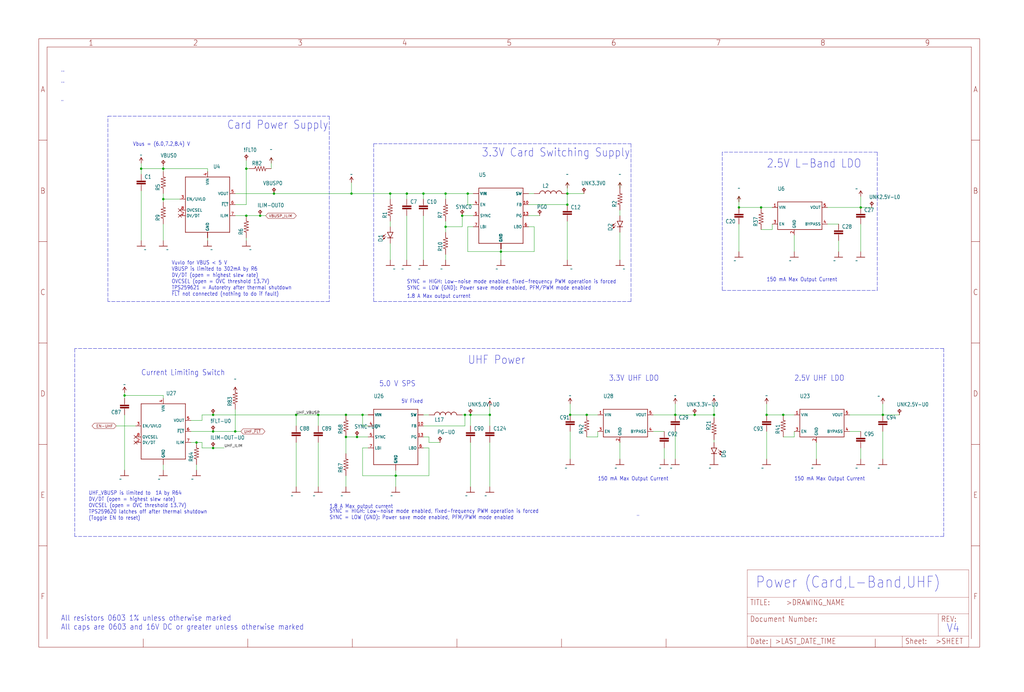
<source format=kicad_sch>
(kicad_sch (version 20211123) (generator eeschema)
  (paper "User" 469.9 317.906)
  (lib_symbols
    (symbol "oresat-c3-eagle-import:2.5V-L" (power)
      (property "Value" "2.5V-L" (at -2.54 0 0))
      (symbol "2.5V-L_1_0"
        (polyline (pts (xy 0 0) (xy -0.762 -1.27)) (stroke (width 0.254)))
        (polyline (pts (xy 0.762 -1.27) (xy 0 0)) (stroke (width 0.254)))
        (pin power_in line (at 0 -2.54 90) (length 2.54) (name "2.5V-L") (number "1"))
      )
    )
    (symbol "oresat-c3-eagle-import:2.5V-U" (power)
      (property "Value" "2.5V-U" (at -2.54 0 0))
      (symbol "2.5V-U_1_0"
        (polyline (pts (xy 0 0) (xy -0.762 -1.27)) (stroke (width 0.254)))
        (polyline (pts (xy 0.762 -1.27) (xy 0 0)) (stroke (width 0.254)))
        (pin power_in line (at 0 -2.54 90) (length 2.54) (name "2.5V-U") (number "1"))
      )
    )
    (symbol "oresat-c3-eagle-import:3.3V" (power)
      (property "Value" "3.3V" (at -2.54 0 0))
      (symbol "3.3V_1_0"
        (polyline (pts (xy 0 0) (xy -0.762 -1.27)) (stroke (width 0.254)))
        (polyline (pts (xy 0.762 -1.27) (xy 0 0)) (stroke (width 0.254)))
        (pin power_in line (at 0 -2.54 90) (length 2.54) (name "3.3V") (number "1"))
      )
    )
    (symbol "oresat-c3-eagle-import:3.3V-U" (power)
      (property "Value" "3.3V-U" (at -2.54 0 0))
      (symbol "3.3V-U_1_0"
        (polyline (pts (xy 0 0) (xy -0.762 -1.27)) (stroke (width 0.254)))
        (polyline (pts (xy 0.762 -1.27) (xy 0 0)) (stroke (width 0.254)))
        (pin power_in line (at 0 -2.54 90) (length 2.54) (name "3.3V-U") (number "1"))
      )
    )
    (symbol "oresat-c3-eagle-import:5V-U" (power)
      (property "Value" "5V-U" (at 0 0.254 0))
      (symbol "5V-U_1_0"
        (polyline (pts (xy 0 0) (xy -0.762 -1.27)) (stroke (width 0.254)))
        (polyline (pts (xy 0.762 -1.27) (xy 0 0)) (stroke (width 0.254)))
        (pin power_in line (at 0 -2.54 90) (length 2.54) (name "5V-U") (number "1"))
      )
    )
    (symbol "oresat-c3-eagle-import:C-EU0603-C-NOSILK"
      (property "Reference" "C" (at 1.524 0.381 0))
      (property "Value" "C-EU0603-C-NOSILK" (at 1.524 -4.699 0))
      (symbol "C-EU0603-C-NOSILK_1_0"
        (rectangle (start -2.032 -2.032) (end 2.032 -1.524) (fill (type outline)))
        (rectangle (start -2.032 -1.016) (end 2.032 -0.508) (fill (type outline)))
        (polyline (pts (xy 0 -2.54) (xy 0 -2.032)) (stroke (width 0.1524)))
        (polyline (pts (xy 0 0) (xy 0 -0.508)) (stroke (width 0.1524)))
        (pin passive line (at 0 2.54 270) (length 2.54) (name "1") (number "1"))
        (pin passive line (at 0 -5.08 90) (length 2.54) (name "2") (number "2"))
      )
    )
    (symbol "oresat-c3-eagle-import:FRAME_B_L"
      (symbol "FRAME_B_L_1_0"
        (polyline (pts (xy 0 46.5667) (xy 3.81 46.5667)))
        (polyline (pts (xy 0 93.1333) (xy 3.81 93.1333)))
        (polyline (pts (xy 0 139.7) (xy 3.81 139.7)))
        (polyline (pts (xy 0 186.2667) (xy 3.81 186.2667)))
        (polyline (pts (xy 0 232.8333) (xy 3.81 232.8333)))
        (polyline (pts (xy 3.81 3.81) (xy 3.81 275.59)))
        (polyline (pts (xy 47.9778 0) (xy 47.9778 3.81)))
        (polyline (pts (xy 95.9556 0) (xy 95.9556 3.81)))
        (polyline (pts (xy 143.9333 0) (xy 143.9333 3.81)))
        (polyline (pts (xy 191.9111 0) (xy 191.9111 3.81)))
        (polyline (pts (xy 239.8889 0) (xy 239.8889 3.81)))
        (polyline (pts (xy 287.8667 0) (xy 287.8667 3.81)))
        (polyline (pts (xy 335.8444 0) (xy 335.8444 3.81)))
        (polyline (pts (xy 383.8222 0) (xy 383.8222 3.81)))
        (polyline (pts (xy 427.99 3.81) (xy 427.99 275.59)))
        (polyline (pts (xy 427.99 46.5667) (xy 431.8 46.5667)))
        (polyline (pts (xy 427.99 93.1333) (xy 431.8 93.1333)))
        (polyline (pts (xy 427.99 139.7) (xy 431.8 139.7)))
        (polyline (pts (xy 427.99 186.2667) (xy 431.8 186.2667)))
        (polyline (pts (xy 427.99 232.8333) (xy 431.8 232.8333)))
        (polyline (pts (xy 427.99 275.59) (xy 3.81 275.59)))
        (polyline (pts (xy 0 0) (xy 431.8 0) (xy 431.8 279.4) (xy 0 279.4) (xy 0 0)))
        (text "1" (at 23.9889 277.495 0) (effects (font (size 2.54 2.286))))
        (text "2" (at 71.9667 277.495 0) (effects (font (size 2.54 2.286))))
        (text "3" (at 119.9444 277.495 0) (effects (font (size 2.54 2.286))))
        (text "4" (at 167.9222 277.495 0) (effects (font (size 2.54 2.286))))
        (text "5" (at 215.9 277.495 0) (effects (font (size 2.54 2.286))))
        (text "6" (at 263.8778 277.495 0) (effects (font (size 2.54 2.286))))
        (text "7" (at 311.8556 277.495 0) (effects (font (size 2.54 2.286))))
        (text "8" (at 359.8333 277.495 0) (effects (font (size 2.54 2.286))))
        (text "9" (at 407.8111 277.495 0) (effects (font (size 2.54 2.286))))
        (text "A" (at 1.905 256.1167 0) (effects (font (size 2.54 2.286))))
        (text "A" (at 429.895 256.1167 0) (effects (font (size 2.54 2.286))))
        (text "B" (at 1.905 209.55 0) (effects (font (size 2.54 2.286))))
        (text "B" (at 429.895 209.55 0) (effects (font (size 2.54 2.286))))
        (text "C" (at 1.905 162.9833 0) (effects (font (size 2.54 2.286))))
        (text "C" (at 429.895 162.9833 0) (effects (font (size 2.54 2.286))))
        (text "D" (at 1.905 116.4167 0) (effects (font (size 2.54 2.286))))
        (text "D" (at 429.895 116.4167 0) (effects (font (size 2.54 2.286))))
        (text "E" (at 1.905 69.85 0) (effects (font (size 2.54 2.286))))
        (text "E" (at 429.895 69.85 0) (effects (font (size 2.54 2.286))))
        (text "F" (at 1.905 23.2833 0) (effects (font (size 2.54 2.286))))
        (text "F" (at 429.895 23.2833 0) (effects (font (size 2.54 2.286))))
      )
      (symbol "FRAME_B_L_2_0"
        (polyline (pts (xy 0 0) (xy 0 5.08)) (stroke (width 0.1016)))
        (polyline (pts (xy 0 0) (xy 71.12 0)) (stroke (width 0.1016)))
        (polyline (pts (xy 0 5.08) (xy 0 15.24)) (stroke (width 0.1016)))
        (polyline (pts (xy 0 5.08) (xy 71.12 5.08)) (stroke (width 0.1016)))
        (polyline (pts (xy 0 15.24) (xy 0 22.86)) (stroke (width 0.1016)))
        (polyline (pts (xy 0 22.86) (xy 0 35.56)) (stroke (width 0.1016)))
        (polyline (pts (xy 0 22.86) (xy 101.6 22.86)) (stroke (width 0.1016)))
        (polyline (pts (xy 71.12 0) (xy 101.6 0)) (stroke (width 0.1016)))
        (polyline (pts (xy 71.12 5.08) (xy 71.12 0)) (stroke (width 0.1016)))
        (polyline (pts (xy 71.12 5.08) (xy 87.63 5.08)) (stroke (width 0.1016)))
        (polyline (pts (xy 87.63 5.08) (xy 101.6 5.08)) (stroke (width 0.1016)))
        (polyline (pts (xy 87.63 15.24) (xy 0 15.24)) (stroke (width 0.1016)))
        (polyline (pts (xy 87.63 15.24) (xy 87.63 5.08)) (stroke (width 0.1016)))
        (polyline (pts (xy 101.6 5.08) (xy 101.6 0)) (stroke (width 0.1016)))
        (polyline (pts (xy 101.6 15.24) (xy 87.63 15.24)) (stroke (width 0.1016)))
        (polyline (pts (xy 101.6 15.24) (xy 101.6 5.08)) (stroke (width 0.1016)))
        (polyline (pts (xy 101.6 22.86) (xy 101.6 15.24)) (stroke (width 0.1016)))
        (polyline (pts (xy 101.6 35.56) (xy 0 35.56)) (stroke (width 0.1016)))
        (polyline (pts (xy 101.6 35.56) (xy 101.6 22.86)) (stroke (width 0.1016)))
        (text ">DRAWING_NAME" (at 17.78 19.05 0) (effects (font (size 2.54 2.159)) (justify left bottom)))
        (text ">LAST_DATE_TIME" (at 12.7 1.27 0) (effects (font (size 2.54 2.159)) (justify left bottom)))
        (text ">SHEET" (at 86.36 1.27 0) (effects (font (size 2.54 2.159)) (justify left bottom)))
        (text "Date:" (at 1.27 1.27 0) (effects (font (size 2.54 2.159)) (justify left bottom)))
        (text "Document Number:" (at 1.27 11.43 0) (effects (font (size 2.54 2.159)) (justify left bottom)))
        (text "REV:" (at 88.9 11.43 0) (effects (font (size 2.54 2.159)) (justify left bottom)))
        (text "Sheet:" (at 72.39 1.27 0) (effects (font (size 2.54 2.159)) (justify left bottom)))
        (text "TITLE:" (at 1.27 19.05 0) (effects (font (size 2.54 2.159)) (justify left bottom)))
      )
    )
    (symbol "oresat-c3-eagle-import:GND" (power)
      (property "Value" "GND" (at -2.54 -2.54 0))
      (symbol "GND_1_0"
        (polyline (pts (xy -1.905 0) (xy 1.905 0)) (stroke (width 0.254)))
        (pin power_in line (at 0 2.54 270) (length 2.54) (name "GND") (number "1"))
      )
    )
    (symbol "oresat-c3-eagle-import:GND-L" (power)
      (property "Value" "GND-L" (at -2.54 -2.54 0))
      (symbol "GND-L_1_0"
        (polyline (pts (xy -1.905 0) (xy 1.905 0)) (stroke (width 0.254)))
        (pin power_in line (at 0 2.54 270) (length 2.54) (name "GND-L") (number "1"))
      )
    )
    (symbol "oresat-c3-eagle-import:GND-U" (power)
      (property "Value" "GND-U" (at -2.54 -2.54 0))
      (symbol "GND-U_1_0"
        (polyline (pts (xy -1.905 0) (xy 1.905 0)) (stroke (width 0.254)))
        (pin power_in line (at 0 2.54 270) (length 2.54) (name "GND-U") (number "1"))
      )
    )
    (symbol "oresat-c3-eagle-import:L-ECS-MPI4040"
      (property "Reference" "L" (at -1.27 -5.08 90))
      (property "Value" "L-ECS-MPI4040" (at 3.81 -5.08 90))
      (symbol "L-ECS-MPI4040_1_0"
        (arc (start 0 -5.08) (mid 0.898 -4.708) (end 1.27 -3.81) (stroke (width 0.254)))
        (arc (start 0 -2.54) (mid 0.898 -2.168) (end 1.27 -1.27) (stroke (width 0.254)))
        (arc (start 0 0) (mid 0.898 0.372) (end 1.27 1.27) (stroke (width 0.254)))
        (arc (start 0 2.54) (mid 0.898 2.912) (end 1.27 3.81) (stroke (width 0.254)))
        (arc (start 1.27 -3.81) (mid 0.898 -2.912) (end 0 -2.54) (stroke (width 0.254)))
        (arc (start 1.27 -1.27) (mid 0.898 -0.372) (end 0 0) (stroke (width 0.254)))
        (arc (start 1.27 1.27) (mid 0.898 2.168) (end 0 2.54) (stroke (width 0.254)))
        (arc (start 1.27 3.81) (mid 0.898 4.708) (end 0 5.08) (stroke (width 0.254)))
        (pin passive line (at 0 7.62 270) (length 2.54) (name "1") (number "1"))
        (pin passive line (at 0 -7.62 90) (length 2.54) (name "2") (number "2"))
      )
    )
    (symbol "oresat-c3-eagle-import:LED-GREEN0603"
      (property "Reference" "D" (at -3.429 -4.572 90))
      (property "Value" "LED-GREEN0603" (at 1.905 -4.572 90))
      (symbol "LED-GREEN0603_1_0"
        (polyline (pts (xy -2.032 -0.762) (xy -3.429 -2.159)) (stroke (width 0.1524)))
        (polyline (pts (xy -1.905 -1.905) (xy -3.302 -3.302)) (stroke (width 0.1524)))
        (polyline (pts (xy 0 -2.54) (xy -1.27 -2.54)) (stroke (width 0.254)))
        (polyline (pts (xy 0 -2.54) (xy -1.27 0)) (stroke (width 0.254)))
        (polyline (pts (xy 1.27 -2.54) (xy 0 -2.54)) (stroke (width 0.254)))
        (polyline (pts (xy 1.27 0) (xy -1.27 0)) (stroke (width 0.254)))
        (polyline (pts (xy 1.27 0) (xy 0 -2.54)) (stroke (width 0.254)))
        (polyline (pts (xy -3.429 -2.159) (xy -3.048 -1.27) (xy -2.54 -1.778)) (fill (type outline)))
        (polyline (pts (xy -3.302 -3.302) (xy -2.921 -2.413) (xy -2.413 -2.921)) (fill (type outline)))
        (pin passive line (at 0 2.54 270) (length 2.54) (name "A") (number "A"))
        (pin passive line (at 0 -5.08 90) (length 2.54) (name "C") (number "C"))
      )
    )
    (symbol "oresat-c3-eagle-import:LP2985AIM5-2.5_NOPB"
      (property "Reference" "U" (at 5.08 -7.62 0))
      (property "Value" "LP2985AIM5-2.5_NOPB" (at 5.08 -10.16 0))
      (symbol "LP2985AIM5-2.5_NOPB_1_0"
        (polyline (pts (xy -10.16 -5.08) (xy 10.16 -5.08)) (stroke (width 0.254)))
        (polyline (pts (xy -10.16 7.62) (xy -10.16 -5.08)) (stroke (width 0.254)))
        (polyline (pts (xy 10.16 -5.08) (xy 10.16 7.62)) (stroke (width 0.254)))
        (polyline (pts (xy 10.16 7.62) (xy -10.16 7.62)) (stroke (width 0.254)))
        (pin power_in line (at -12.7 5.08 0) (length 2.54) (name "VIN") (number "1"))
        (pin power_in line (at -2.54 -7.62 90) (length 2.54) (name "GND") (number "2"))
        (pin input line (at -12.7 -2.54 0) (length 2.54) (name "EN") (number "3"))
        (pin power_in line (at 12.7 -2.54 180) (length 2.54) (name "BYPASS") (number "4"))
        (pin power_in line (at 12.7 5.08 180) (length 2.54) (name "VOUT") (number "5"))
      )
    )
    (symbol "oresat-c3-eagle-import:LP2985AIM5-3.3_NOPB"
      (property "Reference" "U" (at 5.08 -7.62 0))
      (property "Value" "LP2985AIM5-3.3_NOPB" (at 5.08 -10.16 0))
      (symbol "LP2985AIM5-3.3_NOPB_1_0"
        (polyline (pts (xy -10.16 -5.08) (xy 10.16 -5.08)) (stroke (width 0.254)))
        (polyline (pts (xy -10.16 7.62) (xy -10.16 -5.08)) (stroke (width 0.254)))
        (polyline (pts (xy 10.16 -5.08) (xy 10.16 7.62)) (stroke (width 0.254)))
        (polyline (pts (xy 10.16 7.62) (xy -10.16 7.62)) (stroke (width 0.254)))
        (pin power_in line (at -12.7 5.08 0) (length 2.54) (name "VIN") (number "1"))
        (pin power_in line (at -2.54 -7.62 90) (length 2.54) (name "GND") (number "2"))
        (pin input line (at -12.7 -2.54 0) (length 2.54) (name "EN") (number "3"))
        (pin power_in line (at 12.7 -2.54 180) (length 2.54) (name "BYPASS") (number "4"))
        (pin power_in line (at 12.7 5.08 180) (length 2.54) (name "VOUT") (number "5"))
      )
    )
    (symbol "oresat-c3-eagle-import:NO-CONNECTNO-CONNECT-DEVICE"
      (symbol "NO-CONNECTNO-CONNECT-DEVICE_1_0"
        (polyline (pts (xy -0.762 -0.762) (xy 0 0)) (stroke (width 0.2032)))
        (polyline (pts (xy -0.762 0.762) (xy 0 0)) (stroke (width 0.2032)))
        (polyline (pts (xy 0 0) (xy 0.762 -0.762)) (stroke (width 0.2032)))
        (polyline (pts (xy 0 0) (xy 0.762 0.762)) (stroke (width 0.2032)))
      )
    )
    (symbol "oresat-c3-eagle-import:R-US_0603-C-NOSILK"
      (property "Reference" "R" (at -3.81 1.4986 0))
      (property "Value" "R-US_0603-C-NOSILK" (at -3.81 -3.302 0))
      (symbol "R-US_0603-C-NOSILK_1_0"
        (polyline (pts (xy -2.54 0) (xy -2.159 1.016)) (stroke (width 0.2032)))
        (polyline (pts (xy -2.159 1.016) (xy -1.524 -1.016)) (stroke (width 0.2032)))
        (polyline (pts (xy -1.524 -1.016) (xy -0.889 1.016)) (stroke (width 0.2032)))
        (polyline (pts (xy -0.889 1.016) (xy -0.254 -1.016)) (stroke (width 0.2032)))
        (polyline (pts (xy -0.254 -1.016) (xy 0.381 1.016)) (stroke (width 0.2032)))
        (polyline (pts (xy 0.381 1.016) (xy 1.016 -1.016)) (stroke (width 0.2032)))
        (polyline (pts (xy 1.016 -1.016) (xy 1.651 1.016)) (stroke (width 0.2032)))
        (polyline (pts (xy 1.651 1.016) (xy 2.286 -1.016)) (stroke (width 0.2032)))
        (polyline (pts (xy 2.286 -1.016) (xy 2.54 0)) (stroke (width 0.2032)))
        (pin passive line (at -5.08 0 0) (length 2.54) (name "1") (number "1"))
        (pin passive line (at 5.08 0 180) (length 2.54) (name "2") (number "2"))
      )
    )
    (symbol "oresat-c3-eagle-import:TEST-POINT-LARGE"
      (property "Reference" "TP" (at -2.54 2.54 0))
      (symbol "TEST-POINT-LARGE_1_0"
        (polyline (pts (xy -0.762 -0.762) (xy 0 0)) (stroke (width 0.254)))
        (polyline (pts (xy 0 -1.524) (xy -0.762 -0.762)) (stroke (width 0.254)))
        (polyline (pts (xy 0 0) (xy 0.762 -0.762)) (stroke (width 0.254)))
        (polyline (pts (xy 0.762 -0.762) (xy 0 -1.524)) (stroke (width 0.254)))
        (pin input line (at 0 -2.54 90) (length 2.54) (name "TP") (number "1"))
      )
    )
    (symbol "oresat-c3-eagle-import:TPS2596XX"
      (property "Reference" "U" (at -17.78 22.86 0))
      (property "Value" "TPS2596XX" (at -17.78 20.32 0))
      (symbol "TPS2596XX_1_0"
        (polyline (pts (xy -10.16 -12.7) (xy 10.16 -12.7)) (stroke (width 0.254)))
        (polyline (pts (xy -10.16 12.7) (xy -10.16 -12.7)) (stroke (width 0.254)))
        (polyline (pts (xy 10.16 -12.7) (xy 10.16 12.7)) (stroke (width 0.254)))
        (polyline (pts (xy 10.16 12.7) (xy -10.16 12.7)) (stroke (width 0.254)))
        (pin bidirectional line (at 0 -15.24 90) (length 2.54) (name "GND") (number "1"))
        (pin bidirectional line (at -12.7 -5.08 0) (length 2.54) (name "DV/DT") (number "2"))
        (pin bidirectional line (at -12.7 2.54 0) (length 2.54) (name "EN/UVLO") (number "3"))
        (pin power_in line (at 0 15.24 270) (length 2.54) (name "VIN") (number "4"))
        (pin power_in line (at 12.7 5.08 180) (length 2.54) (name "VOUT") (number "5"))
        (pin bidirectional line (at 12.7 0 180) (length 2.54) (name "~{FLT}") (number "6"))
        (pin bidirectional line (at 12.7 -5.08 180) (length 2.54) (name "ILIM") (number "7"))
        (pin bidirectional line (at -12.7 -2.54 0) (length 2.54) (name "OVCSEL") (number "8"))
        (pin bidirectional line (at 0 -15.24 90) (length 2.54) (name "GND") (number "THERMAL"))
      )
    )
    (symbol "oresat-c3-eagle-import:TPS6211X"
      (property "Reference" "U" (at 5.08 -17.78 0))
      (property "Value" "TPS6211X" (at 5.08 -20.32 0))
      (symbol "TPS6211X_1_0"
        (polyline (pts (xy -10.16 -15.24) (xy -10.16 10.16)) (stroke (width 0.254)))
        (polyline (pts (xy -10.16 10.16) (xy 10.16 10.16)) (stroke (width 0.254)))
        (polyline (pts (xy 10.16 -15.24) (xy -10.16 -15.24)) (stroke (width 0.254)))
        (polyline (pts (xy 10.16 10.16) (xy 10.16 -15.24)) (stroke (width 0.254)))
        (pin power_in line (at 0 -17.78 90) (length 2.54) (name "GND") (number "1"))
        (pin input line (at 12.7 2.54 180) (length 2.54) (name "FB") (number "10"))
        (pin power_in line (at 0 -17.78 90) (length 2.54) (name "GND") (number "11"))
        (pin power_in line (at 0 -17.78 90) (length 2.54) (name "GND") (number "12"))
        (pin open_collector line (at 12.7 -2.54 180) (length 2.54) (name "PG") (number "13"))
        (pin output line (at 12.7 7.62 180) (length 2.54) (name "SW") (number "14"))
        (pin output line (at 12.7 7.62 180) (length 2.54) (name "SW") (number "15"))
        (pin power_in line (at 0 -17.78 90) (length 2.54) (name "GND") (number "16"))
        (pin power_in line (at -12.7 7.62 0) (length 2.54) (name "VIN") (number "2"))
        (pin power_in line (at -12.7 7.62 0) (length 2.54) (name "VIN") (number "3"))
        (pin input line (at -12.7 2.54 0) (length 2.54) (name "EN") (number "4"))
        (pin input line (at -12.7 -2.54 0) (length 2.54) (name "SYNC") (number "5"))
        (pin open_collector line (at 12.7 -7.62 180) (length 2.54) (name "LBO") (number "6"))
        (pin input line (at -12.7 -7.62 0) (length 2.54) (name "LBI") (number "7"))
        (pin power_in line (at -12.7 7.62 0) (length 2.54) (name "VIN") (number "8"))
        (pin power_in line (at 0 -17.78 90) (length 2.54) (name "GND") (number "9"))
        (pin power_in line (at 0 -17.78 90) (length 2.54) (name "GND") (number "PAD"))
      )
    )
    (symbol "oresat-c3-eagle-import:VBUS" (power)
      (property "Value" "VBUS" (at 0 0.254 0))
      (symbol "VBUS_1_0"
        (polyline (pts (xy 0 0) (xy -0.762 -1.27)) (stroke (width 0.254)))
        (polyline (pts (xy 0.762 -1.27) (xy 0 0)) (stroke (width 0.254)))
        (pin power_in line (at 0 -2.54 90) (length 2.54) (name "VBUS") (number "1"))
      )
    )
    (symbol "oresat-c3-eagle-import:VBUSP" (power)
      (property "Value" "VBUSP" (at 0 2.794 0))
      (symbol "VBUSP_1_0"
        (polyline (pts (xy 0 2.54) (xy -0.762 1.27)) (stroke (width 0.254)))
        (polyline (pts (xy 0.762 1.27) (xy 0 2.54)) (stroke (width 0.254)))
        (pin power_in line (at 0 0 90) (length 2.54) (name "VBUSP") (number "1"))
      )
    )
  )
  (junction (at 146.05 190.5))
  (junction (at 212.09 99.06))
  (junction (at 181.61 218.44))
  (junction (at 194.31 88.9))
  (junction (at 394.97 95.25))
  (junction (at 64.77 77.47))
  (junction (at 215.9 190.5))
  (junction (at 260.35 88.9))
  (junction (at 260.35 93.98))
  (junction (at 74.93 91.44))
  (junction (at 349.25 95.25))
  (junction (at 204.47 88.9))
  (junction (at 318.77 190.5))
  (junction (at 166.37 190.5))
  (junction (at 359.41 190.5))
  (junction (at 113.03 77.47))
  (junction (at 351.79 190.5))
  (junction (at 261.62 190.5))
  (junction (at 107.95 198.12))
  (junction (at 158.75 200.66))
  (junction (at 163.83 200.66))
  (junction (at 161.29 88.9))
  (junction (at 57.15 181.61))
  (junction (at 90.17 203.2))
  (junction (at 97.79 205.74))
  (junction (at 113.03 99.06))
  (junction (at 309.88 190.5))
  (junction (at 229.87 115.57))
  (junction (at 269.24 190.5))
  (junction (at 214.63 88.9))
  (junction (at 158.75 190.5))
  (junction (at 125.73 88.9))
  (junction (at 119.38 99.06))
  (junction (at 97.79 190.5))
  (junction (at 224.79 190.5))
  (junction (at 135.89 190.5))
  (junction (at 74.93 77.47))
  (junction (at 405.13 190.5))
  (junction (at 179.07 88.9))
  (junction (at 186.69 88.9))
  (junction (at 204.47 104.14))
  (junction (at 213.36 190.5))
  (junction (at 339.09 95.25))
  (junction (at 97.79 198.12))
  (junction (at 327.66 190.5))
  (wire (pts (xy 196.85 203.2) (xy 201.93 203.2)))
  (wire (pts (xy 64.77 77.47) (xy 64.77 74.93)))
  (wire (pts (xy 74.93 91.44) (xy 74.93 92.71)))
  (wire (pts (xy 213.36 195.58) (xy 194.31 195.58)))
  (wire (pts (xy 92.71 203.2) (xy 90.17 203.2)))
  (wire (pts (xy 74.93 77.47) (xy 74.93 78.74)))
  (polyline (pts (xy 289.56 66.04) (xy 289.56 138.43)))
  (wire (pts (xy 351.79 198.12) (xy 351.79 210.82)))
  (wire (pts (xy 92.71 190.5) (xy 92.71 193.04)))
  (wire (pts (xy 354.33 105.41) (xy 354.33 102.87)))
  (wire (pts (xy 74.93 77.47) (xy 64.77 77.47)))
  (wire (pts (xy 92.71 205.74) (xy 92.71 203.2)))
  (polyline (pts (xy 34.29 246.38) (xy 34.29 160.02)))
  (wire (pts (xy 379.73 95.25) (xy 394.97 95.25)))
  (wire (pts (xy 163.83 200.66) (xy 168.91 200.66)))
  (wire (pts (xy 74.93 213.36) (xy 74.93 215.9)))
  (wire (pts (xy 204.47 104.14) (xy 204.47 101.6)))
  (wire (pts (xy 97.79 190.5) (xy 92.71 190.5)))
  (wire (pts (xy 405.13 198.12) (xy 405.13 210.82)))
  (wire (pts (xy 217.17 88.9) (xy 214.63 88.9)))
  (wire (pts (xy 158.75 200.66) (xy 163.83 200.66)))
  (wire (pts (xy 166.37 205.74) (xy 166.37 218.44)))
  (wire (pts (xy 394.97 95.25) (xy 400.05 95.25)))
  (wire (pts (xy 113.03 93.98) (xy 107.95 93.98)))
  (wire (pts (xy 179.07 88.9) (xy 186.69 88.9)))
  (wire (pts (xy 304.8 198.12) (xy 299.72 198.12)))
  (wire (pts (xy 394.97 102.87) (xy 394.97 115.57)))
  (wire (pts (xy 97.79 205.74) (xy 102.87 205.74)))
  (wire (pts (xy 161.29 88.9) (xy 161.29 83.82)))
  (wire (pts (xy 74.93 102.87) (xy 74.93 110.49)))
  (wire (pts (xy 261.62 198.12) (xy 261.62 210.82)))
  (polyline (pts (xy 402.59 133.35) (xy 402.59 69.85)))
  (wire (pts (xy 284.48 96.52) (xy 284.48 99.06)))
  (wire (pts (xy 124.46 72.39) (xy 124.46 77.47)))
  (wire (pts (xy 146.05 223.52) (xy 146.05 203.2)))
  (wire (pts (xy 269.24 190.5) (xy 261.62 190.5)))
  (wire (pts (xy 327.66 185.42) (xy 327.66 190.5)))
  (wire (pts (xy 179.07 91.44) (xy 179.07 88.9)))
  (wire (pts (xy 113.03 109.22) (xy 113.03 110.49)))
  (wire (pts (xy 135.89 190.5) (xy 146.05 190.5)))
  (wire (pts (xy 284.48 210.82) (xy 284.48 203.2)))
  (wire (pts (xy 194.31 119.38) (xy 194.31 99.06)))
  (wire (pts (xy 204.47 88.9) (xy 194.31 88.9)))
  (wire (pts (xy 214.63 115.57) (xy 229.87 115.57)))
  (wire (pts (xy 213.36 190.5) (xy 213.36 195.58)))
  (wire (pts (xy 379.73 102.87) (xy 384.81 102.87)))
  (wire (pts (xy 95.25 78.74) (xy 95.25 77.47)))
  (wire (pts (xy 166.37 218.44) (xy 181.61 218.44)))
  (wire (pts (xy 186.69 91.44) (xy 186.69 88.9)))
  (wire (pts (xy 242.57 88.9) (xy 245.11 88.9)))
  (wire (pts (xy 389.89 190.5) (xy 405.13 190.5)))
  (wire (pts (xy 204.47 91.44) (xy 204.47 88.9)))
  (wire (pts (xy 339.09 102.87) (xy 339.09 115.57)))
  (wire (pts (xy 125.73 88.9) (xy 161.29 88.9)))
  (wire (pts (xy 229.87 119.38) (xy 229.87 115.57)))
  (wire (pts (xy 113.03 77.47) (xy 113.03 93.98)))
  (wire (pts (xy 213.36 190.5) (xy 215.9 190.5)))
  (wire (pts (xy 168.91 195.58) (xy 166.37 195.58)))
  (wire (pts (xy 107.95 198.12) (xy 110.49 198.12)))
  (wire (pts (xy 351.79 185.42) (xy 351.79 190.5)))
  (wire (pts (xy 214.63 93.98) (xy 214.63 88.9)))
  (wire (pts (xy 304.8 205.74) (xy 304.8 210.82)))
  (wire (pts (xy 179.07 111.76) (xy 179.07 119.38)))
  (wire (pts (xy 166.37 190.5) (xy 168.91 190.5)))
  (wire (pts (xy 194.31 91.44) (xy 194.31 88.9)))
  (wire (pts (xy 309.88 198.12) (xy 309.88 210.82)))
  (wire (pts (xy 309.88 190.5) (xy 318.77 190.5)))
  (wire (pts (xy 359.41 200.66) (xy 364.49 200.66)))
  (polyline (pts (xy 289.56 138.43) (xy 171.45 138.43)))
  (wire (pts (xy 74.93 88.9) (xy 74.93 91.44)))
  (wire (pts (xy 260.35 119.38) (xy 260.35 101.6)))
  (wire (pts (xy 327.66 201.93) (xy 327.66 203.2)))
  (wire (pts (xy 62.23 195.58) (xy 53.34 195.58)))
  (wire (pts (xy 215.9 190.5) (xy 224.79 190.5)))
  (wire (pts (xy 113.03 99.06) (xy 119.38 99.06)))
  (wire (pts (xy 394.97 90.17) (xy 394.97 95.25)))
  (wire (pts (xy 349.25 105.41) (xy 354.33 105.41)))
  (wire (pts (xy 224.79 186.69) (xy 224.79 190.5)))
  (wire (pts (xy 389.89 198.12) (xy 394.97 198.12)))
  (wire (pts (xy 107.95 198.12) (xy 107.95 187.96)))
  (wire (pts (xy 57.15 181.61) (xy 74.93 181.61)))
  (wire (pts (xy 57.15 190.5) (xy 57.15 215.9)))
  (wire (pts (xy 87.63 198.12) (xy 97.79 198.12)))
  (wire (pts (xy 181.61 223.52) (xy 181.61 218.44)))
  (wire (pts (xy 214.63 88.9) (xy 204.47 88.9)))
  (wire (pts (xy 212.09 99.06) (xy 212.09 104.14)))
  (wire (pts (xy 405.13 190.5) (xy 412.75 190.5)))
  (wire (pts (xy 186.69 88.9) (xy 194.31 88.9)))
  (wire (pts (xy 269.24 200.66) (xy 274.32 200.66)))
  (wire (pts (xy 229.87 115.57) (xy 229.87 114.3)))
  (wire (pts (xy 212.09 99.06) (xy 217.17 99.06)))
  (wire (pts (xy 194.31 205.74) (xy 196.85 205.74)))
  (wire (pts (xy 158.75 200.66) (xy 158.75 208.28)))
  (wire (pts (xy 204.47 106.68) (xy 204.47 104.14)))
  (wire (pts (xy 113.03 73.66) (xy 113.03 77.47)))
  (wire (pts (xy 359.41 190.5) (xy 351.79 190.5)))
  (wire (pts (xy 179.07 101.6) (xy 179.07 104.14)))
  (wire (pts (xy 107.95 99.06) (xy 113.03 99.06)))
  (wire (pts (xy 364.49 200.66) (xy 364.49 198.12)))
  (wire (pts (xy 146.05 190.5) (xy 158.75 190.5)))
  (wire (pts (xy 114.3 77.47) (xy 113.03 77.47)))
  (wire (pts (xy 97.79 205.74) (xy 92.71 205.74)))
  (wire (pts (xy 215.9 203.2) (xy 215.9 223.52)))
  (polyline (pts (xy 331.47 133.35) (xy 402.59 133.35)))
  (wire (pts (xy 196.85 200.66) (xy 196.85 203.2)))
  (wire (pts (xy 364.49 190.5) (xy 359.41 190.5)))
  (wire (pts (xy 224.79 203.2) (xy 224.79 223.52)))
  (polyline (pts (xy 433.07 160.02) (xy 433.07 246.38)))
  (wire (pts (xy 95.25 110.49) (xy 95.25 109.22)))
  (polyline (pts (xy 49.53 53.34) (xy 151.13 53.34)))
  (wire (pts (xy 166.37 195.58) (xy 166.37 190.5)))
  (wire (pts (xy 119.38 99.06) (xy 121.92 99.06)))
  (wire (pts (xy 384.81 110.49) (xy 384.81 115.57)))
  (wire (pts (xy 260.35 88.9) (xy 267.97 88.9)))
  (wire (pts (xy 214.63 93.98) (xy 217.17 93.98)))
  (wire (pts (xy 87.63 203.2) (xy 90.17 203.2)))
  (wire (pts (xy 274.32 200.66) (xy 274.32 198.12)))
  (wire (pts (xy 309.88 185.42) (xy 309.88 190.5)))
  (wire (pts (xy 284.48 106.68) (xy 284.48 119.38)))
  (wire (pts (xy 97.79 190.5) (xy 135.89 190.5)))
  (wire (pts (xy 242.57 104.14) (xy 245.11 104.14)))
  (wire (pts (xy 224.79 190.5) (xy 224.79 195.58)))
  (wire (pts (xy 212.09 190.5) (xy 213.36 190.5)))
  (wire (pts (xy 95.25 77.47) (xy 74.93 77.47)))
  (wire (pts (xy 135.89 195.58) (xy 135.89 190.5)))
  (polyline (pts (xy 171.45 138.43) (xy 171.45 66.04)))
  (wire (pts (xy 82.55 91.44) (xy 74.93 91.44)))
  (wire (pts (xy 215.9 190.5) (xy 215.9 195.58)))
  (wire (pts (xy 349.25 95.25) (xy 354.33 95.25)))
  (wire (pts (xy 194.31 190.5) (xy 196.85 190.5)))
  (wire (pts (xy 125.73 88.9) (xy 107.95 88.9)))
  (wire (pts (xy 242.57 93.98) (xy 260.35 93.98)))
  (wire (pts (xy 57.15 181.61) (xy 57.15 182.88)))
  (wire (pts (xy 158.75 190.5) (xy 166.37 190.5)))
  (wire (pts (xy 339.09 95.25) (xy 349.25 95.25)))
  (polyline (pts (xy 331.47 69.85) (xy 331.47 133.35)))
  (wire (pts (xy 90.17 213.36) (xy 90.17 215.9)))
  (polyline (pts (xy 402.59 69.85) (xy 331.47 69.85)))
  (wire (pts (xy 327.66 190.5) (xy 327.66 191.77)))
  (wire (pts (xy 92.71 193.04) (xy 87.63 193.04)))
  (wire (pts (xy 74.93 181.61) (xy 74.93 182.88)))
  (wire (pts (xy 364.49 107.95) (xy 364.49 115.57)))
  (polyline (pts (xy 171.45 66.04) (xy 289.56 66.04)))
  (wire (pts (xy 74.93 76.2) (xy 74.93 77.47)))
  (polyline (pts (xy 49.53 138.43) (xy 49.53 53.34)))
  (wire (pts (xy 186.69 99.06) (xy 186.69 119.38)))
  (wire (pts (xy 242.57 99.06) (xy 247.65 99.06)))
  (polyline (pts (xy 433.07 246.38) (xy 34.29 246.38)))
  (wire (pts (xy 97.79 198.12) (xy 107.95 198.12)))
  (wire (pts (xy 196.85 205.74) (xy 196.85 218.44)))
  (wire (pts (xy 260.35 93.98) (xy 260.35 88.9)))
  (wire (pts (xy 245.11 104.14) (xy 245.11 115.57)))
  (wire (pts (xy 214.63 104.14) (xy 214.63 115.57)))
  (wire (pts (xy 284.48 83.82) (xy 284.48 86.36)))
  (polyline (pts (xy 433.07 160.02) (xy 34.29 160.02)))
  (wire (pts (xy 318.77 190.5) (xy 327.66 190.5)))
  (wire (pts (xy 146.05 195.58) (xy 146.05 190.5)))
  (wire (pts (xy 274.32 190.5) (xy 269.24 190.5)))
  (wire (pts (xy 299.72 190.5) (xy 309.88 190.5)))
  (wire (pts (xy 57.15 180.34) (xy 57.15 181.61)))
  (wire (pts (xy 64.77 87.63) (xy 64.77 110.49)))
  (wire (pts (xy 168.91 205.74) (xy 166.37 205.74)))
  (wire (pts (xy 181.61 218.44) (xy 181.61 215.9)))
  (wire (pts (xy 158.75 218.44) (xy 158.75 223.52)))
  (wire (pts (xy 339.09 90.17) (xy 339.09 95.25)))
  (wire (pts (xy 214.63 104.14) (xy 217.17 104.14)))
  (wire (pts (xy 204.47 119.38) (xy 204.47 116.84)))
  (wire (pts (xy 196.85 218.44) (xy 181.61 218.44)))
  (wire (pts (xy 374.65 203.2) (xy 374.65 210.82)))
  (polyline (pts (xy 151.13 138.43) (xy 49.53 138.43)))
  (wire (pts (xy 229.87 115.57) (xy 245.11 115.57)))
  (wire (pts (xy 194.31 200.66) (xy 196.85 200.66)))
  (wire (pts (xy 394.97 205.74) (xy 394.97 210.82)))
  (wire (pts (xy 212.09 104.14) (xy 204.47 104.14)))
  (polyline (pts (xy 151.13 53.34) (xy 151.13 138.43)))
  (wire (pts (xy 260.35 83.82) (xy 260.35 88.9)))
  (wire (pts (xy 405.13 185.42) (xy 405.13 190.5)))
  (wire (pts (xy 64.77 80.01) (xy 64.77 77.47)))
  (wire (pts (xy 261.62 190.5) (xy 261.62 185.42)))
  (wire (pts (xy 161.29 88.9) (xy 179.07 88.9)))
  (wire (pts (xy 135.89 223.52) (xy 135.89 203.2)))
  (text "5V Fixed" (at 184.15 185.42 180) (effects (font (size 1.778 1.5113)) (justify left bottom)))
  (text "\"" (at 27.94 35.56 180) (effects (font (size 2.54 2.159)) (justify left bottom)))
  (text "Current Limiting Switch" (at 64.77 172.72 180) (effects (font (size 2.54 2.159)) (justify left bottom)))
  (text "V4" (at 434.34 290.83 180) (effects (font (size 3.81 3.2385)) (justify left bottom)))
  (text "\"" (at 292.1 238.76 180) (effects (font (size 1.778 1.5113)) (justify left bottom)))
  (text "Power (Card,L-Band,UHF)" (at 346.71 270.51 180) (effects (font (size 5.08 4.318)) (justify left bottom)))
  (text "\"" (at 27.94 48.26 180) (effects (font (size 1.778 1.5113)) (justify left bottom)))
  (text "150 mA Max Output Current" (at 274.32 220.98 180) (effects (font (size 1.778 1.5113)) (justify left bottom)))
  (text "UHF_VBUSP is limited to ~{} 1A by R64\nDV/DT (open = highest slew rate)\nOVCSEL (open = OVC threshold 13.7V)\nTPS259620 latches off after thermal shutdown\n(Toggle EN to reset)" (at 40.64 239.014 180) (effects (font (size 1.778 1.5113)) (justify left bottom)))
  (text "\"" (at 27.94 40.64 180) (effects (font (size 2.54 2.159)) (justify left bottom)))
  (text "2.5V UHF LDO" (at 364.49 175.26 180) (effects (font (size 2.54 2.159)) (justify left bottom)))
  (text "3.3V Card Switching Supply" (at 220.98 72.39 180) (effects (font (size 3.81 3.2385)) (justify left bottom)))
  (text "2.5V L-Band LDO" (at 351.79 77.47 180) (effects (font (size 3.81 3.2385)) (justify left bottom)))
  (text "Card Power Supply" (at 104.14 59.69 180) (effects (font (size 3.81 3.2385)) (justify left bottom)))
  (text "1.8 A Max output current" (at 151.13 233.68 180) (effects (font (size 1.778 1.5113)) (justify left bottom)))
  (text "SYNC = HIGH: Low-noise mode enabled, fixed-frequency PWM operation is forced\nSYNC = LOW (GND): Power save mode enabled, PFM/PWM mode enabled" (at 186.69 133.35 180) (effects (font (size 1.778 1.5113)) (justify left bottom)))
  (text "150 mA Max Output Current" (at 364.49 220.98 180) (effects (font (size 1.778 1.5113)) (justify left bottom)))
  (text "UHF Power" (at 214.63 167.64 180) (effects (font (size 3.81 3.2385)) (justify left bottom)))
  (text "Vuvlo for VBUS < 5 V\nVBUSP is limited to 302mA by R6\nDV/DT (open = highest slew rate)\nOVCSEL (open = OVC threshold 13.7V)\nTPS259621 = Autoretry after thermal shutdown\n~{FLT} not connected (nothing to do if fault~{})" (at 78.74 136.144 180) (effects (font (size 1.778 1.5113)) (justify left bottom)))
  (text "All resistors 0603 1% unless otherwise marked\nAll caps are 0603 and 16V DC or greater unless otherwise marked" (at 27.94 289.56 180) (effects (font (size 2.54 2.159)) (justify left bottom)))
  (text "1.8 A Max output current" (at 186.69 137.16 180) (effects (font (size 1.778 1.5113)) (justify left bottom)))
  (text "5.0 V SPS" (at 173.99 177.8 180) (effects (font (size 2.54 2.159)) (justify left bottom)))
  (text "150 mA Max Output Current" (at 351.79 129.54 180) (effects (font (size 1.778 1.5113)) (justify left bottom)))
  (text "3.3V UHF LDO" (at 279.4 175.26 180) (effects (font (size 2.54 2.159)) (justify left bottom)))
  (text "SYNC = HIGH: Low-noise mode enabled, fixed-frequency PWM operation is forced\nSYNC = LOW (GND): Power save mode enabled, PFM/PWM mode enabled" (at 151.13 238.76 180) (effects (font (size 1.778 1.5113)) (justify left bottom)))
  (text "Vbus = (6.0,7.2,8.4) V" (at 60.96 67.31 180) (effects (font (size 1.778 1.5113)) (justify left bottom)))
  (label "UHF_ILIM" (at 102.87 205.74 0) (effects (font (size 1.2446 1.2446))))
  (label "UHF_VBUSP" (at 135.89 190.5 0) (effects (font (size 1.2446 1.2446))))
  (global_label "UHF_~{FLT}" (shape bidirectional) (at 110.49 198.12 0) (effects (font (size 1.2446 1.2446))) (property "Intersheet References" "${INTERSHEET_REFS}" (effects hide)))
  (global_label "EN-UHF" (shape bidirectional) (at 53.34 195.58 180) (effects (font (size 1.2446 1.2446))) (property "Intersheet References" "${INTERSHEET_REFS}" (effects hide)))
  (global_label "VBUSP_ILIM" (shape bidirectional) (at 121.92 99.06 0) (effects (font (size 1.2446 1.2446))) (property "Intersheet References" "${INTERSHEET_REFS}" (effects hide)))
  (symbol (lib_id "oresat-c3-eagle-import:NO-CONNECTNO-CONNECT-DEVICE") (at 62.23 203.2 0) (unit 1)
    (property "Reference" "TP22" (effects hide))
  )
  (symbol (lib_id "oresat-c3-eagle-import:C-EU0603-C-NOSILK") (at 224.79 198.12 0) (unit 1)
    (property "Reference" "C124" (at 226.314 197.739 0) (effects (font (size 1.778 1.5113)) (justify left bottom)))
  )
  (symbol (lib_id "oresat-c3-eagle-import:TEST-POINT-LARGE") (at 201.93 200.66 0) (unit 1)
    (property "Reference" "PG-U0" (at 200.66 199.39 0) (effects (font (size 1.778 1.5113)) (justify left bottom)))
  )
  (symbol (lib_id "oresat-c3-eagle-import:2.5V-L") (at 394.97 87.63 0) (unit 1)
    (property "Reference" "#2.5V-L1" (effects hide))
  )
  (symbol (lib_id "oresat-c3-eagle-import:GND") (at 179.07 121.92 0) (mirror y) (unit 1)
    (property "Reference" "#GND7" (effects hide))
  )
  (symbol (lib_id "oresat-c3-eagle-import:NO-CONNECTNO-CONNECT-DEVICE") (at 62.23 200.66 0) (unit 1)
    (property "Reference" "TP21" (effects hide))
  )
  (symbol (lib_id "oresat-c3-eagle-import:R-US_0603-C-NOSILK") (at 204.47 96.52 90) (unit 1)
    (property "Reference" "R7" (at 202.9714 100.33 0) (effects (font (size 1.778 1.5113)) (justify left bottom)))
  )
  (symbol (lib_id "oresat-c3-eagle-import:R-US_0603-C-NOSILK") (at 284.48 91.44 90) (unit 1)
    (property "Reference" "R2" (at 282.9814 95.25 0) (effects (font (size 1.778 1.5113)) (justify left bottom)))
  )
  (symbol (lib_id "oresat-c3-eagle-import:C-EU0603-C-NOSILK") (at 394.97 97.79 0) (unit 1)
    (property "Reference" "C27" (at 396.494 97.409 0) (effects (font (size 1.778 1.5113)) (justify left bottom)))
  )
  (symbol (lib_id "oresat-c3-eagle-import:FRAME_B_L") (at 342.9 297.18 0) (unit 2)
    (property "Reference" "#FRAME3" (effects hide))
  )
  (symbol (lib_id "oresat-c3-eagle-import:LP2985AIM5-2.5_NOPB") (at 367.03 100.33 0) (unit 1)
    (property "Reference" "U6" (at 356.87 87.63 0) (effects (font (size 1.778 1.5113)) (justify left bottom)))
  )
  (symbol (lib_id "oresat-c3-eagle-import:C-EU0603-C-NOSILK") (at 394.97 200.66 0) (unit 1)
    (property "Reference" "C95" (at 396.494 200.279 0) (effects (font (size 1.778 1.5113)) (justify left bottom)))
  )
  (symbol (lib_id "oresat-c3-eagle-import:GND") (at 74.93 218.44 0) (unit 1)
    (property "Reference" "#GND135" (effects hide))
  )
  (symbol (lib_id "oresat-c3-eagle-import:TPS2596XX") (at 95.25 93.98 0) (unit 1)
    (property "Reference" "U4" (at 97.79 77.47 0) (effects (font (size 1.778 1.5113)) (justify left bottom)))
  )
  (symbol (lib_id "oresat-c3-eagle-import:GND") (at 284.48 213.36 0) (unit 1)
    (property "Reference" "#GND144" (effects hide))
  )
  (symbol (lib_id "oresat-c3-eagle-import:LP2985AIM5-3.3_NOPB") (at 287.02 195.58 0) (unit 1)
    (property "Reference" "U28" (at 276.86 182.88 0) (effects (font (size 1.778 1.5113)) (justify left bottom)))
  )
  (symbol (lib_id "oresat-c3-eagle-import:C-EU0603-C-NOSILK") (at 260.35 96.52 0) (unit 1)
    (property "Reference" "C12" (at 261.874 96.139 0) (effects (font (size 1.778 1.5113)) (justify left bottom)))
  )
  (symbol (lib_id "oresat-c3-eagle-import:TPS6211X") (at 181.61 198.12 0) (unit 1)
    (property "Reference" "U26" (at 171.45 182.88 0) (effects (font (size 1.778 1.5113)) (justify left bottom)))
  )
  (symbol (lib_id "oresat-c3-eagle-import:GND") (at 204.47 121.92 0) (unit 1)
    (property "Reference" "#GND43" (effects hide))
  )
  (symbol (lib_id "oresat-c3-eagle-import:NO-CONNECTNO-CONNECT-DEVICE") (at 82.55 99.06 0) (unit 1)
    (property "Reference" "TP19" (effects hide))
  )
  (symbol (lib_id "oresat-c3-eagle-import:GND") (at 304.8 213.36 0) (unit 1)
    (property "Reference" "#GND146" (effects hide))
  )
  (symbol (lib_id "oresat-c3-eagle-import:GND") (at 261.62 213.36 0) (unit 1)
    (property "Reference" "#GND145" (effects hide))
  )
  (symbol (lib_id "oresat-c3-eagle-import:GND-L") (at 339.09 118.11 0) (unit 1)
    (property "Reference" "#GND-L6" (effects hide))
  )
  (symbol (lib_id "oresat-c3-eagle-import:GND-L") (at 384.81 118.11 0) (unit 1)
    (property "Reference" "#GND-L4" (effects hide))
  )
  (symbol (lib_id "oresat-c3-eagle-import:3.3V-U") (at 327.66 182.88 0) (unit 1)
    (property "Reference" "#UHF_3.3V5" (effects hide))
  )
  (symbol (lib_id "oresat-c3-eagle-import:GND") (at 95.25 113.03 0) (mirror y) (unit 1)
    (property "Reference" "#GND22" (effects hide))
  )
  (symbol (lib_id "oresat-c3-eagle-import:TEST-POINT-LARGE") (at 212.09 96.52 0) (unit 1)
    (property "Reference" "SYNC0" (at 209.042 96.012 0) (effects (font (size 1.778 1.5113)) (justify left bottom)))
  )
  (symbol (lib_id "oresat-c3-eagle-import:VBUS") (at 64.77 72.39 0) (unit 1)
    (property "Reference" "#VBUS1" (effects hide))
  )
  (symbol (lib_id "oresat-c3-eagle-import:GND") (at 327.66 213.36 0) (unit 1)
    (property "Reference" "#GND10" (effects hide))
  )
  (symbol (lib_id "oresat-c3-eagle-import:C-EU0603-C-NOSILK") (at 135.89 198.12 0) (unit 1)
    (property "Reference" "C88" (at 137.414 197.739 0) (effects (font (size 1.778 1.5113)) (justify left bottom)))
  )
  (symbol (lib_id "oresat-c3-eagle-import:TEST-POINT-LARGE") (at 318.77 187.96 0) (unit 1)
    (property "Reference" "UNK3.3V-U0" (at 314.96 186.69 0) (effects (font (size 1.778 1.5113)) (justify left bottom)))
  )
  (symbol (lib_id "oresat-c3-eagle-import:LP2985AIM5-2.5_NOPB") (at 377.19 195.58 0) (unit 1)
    (property "Reference" "U23" (at 367.03 182.88 0) (effects (font (size 1.778 1.5113)) (justify left bottom)))
  )
  (symbol (lib_id "oresat-c3-eagle-import:R-US_0603-C-NOSILK") (at 107.95 182.88 90) (unit 1)
    (property "Reference" "R83" (at 106.4514 186.69 0) (effects (font (size 1.778 1.5113)) (justify left bottom)))
  )
  (symbol (lib_id "oresat-c3-eagle-import:TEST-POINT-LARGE") (at 113.03 71.12 0) (unit 1)
    (property "Reference" "!FLT0" (at 111.76 69.85 0) (effects (font (size 1.778 1.5113)) (justify left bottom)))
  )
  (symbol (lib_id "oresat-c3-eagle-import:C-EU0603-C-NOSILK") (at 304.8 200.66 0) (unit 1)
    (property "Reference" "C92" (at 306.324 200.279 0) (effects (font (size 1.778 1.5113)) (justify left bottom)))
  )
  (symbol (lib_id "oresat-c3-eagle-import:GND") (at 194.31 121.92 0) (unit 1)
    (property "Reference" "#GND40" (effects hide))
  )
  (symbol (lib_id "oresat-c3-eagle-import:TEST-POINT-LARGE") (at 215.9 187.96 0) (unit 1)
    (property "Reference" "UNK5.0V-U0" (at 214.63 186.69 0) (effects (font (size 1.778 1.5113)) (justify left bottom)))
  )
  (symbol (lib_id "oresat-c3-eagle-import:GND") (at 113.03 113.03 0) (mirror y) (unit 1)
    (property "Reference" "#GND44" (effects hide))
  )
  (symbol (lib_id "oresat-c3-eagle-import:R-US_0603-C-NOSILK") (at 74.93 83.82 90) (unit 1)
    (property "Reference" "R5" (at 73.4314 87.63 0) (effects (font (size 1.778 1.5113)) (justify left bottom)))
  )
  (symbol (lib_id "oresat-c3-eagle-import:3.3V") (at 107.95 177.8 0) (unit 1)
    (property "Reference" "#SUPPLY4" (effects hide))
  )
  (symbol (lib_id "oresat-c3-eagle-import:TEST-POINT-LARGE") (at 125.73 86.36 0) (unit 1)
    (property "Reference" "VBUSP0" (at 120.65 85.09 0) (effects (font (size 1.778 1.5113)) (justify left bottom)))
  )
  (symbol (lib_id "oresat-c3-eagle-import:R-US_0603-C-NOSILK") (at 327.66 196.85 90) (mirror x) (unit 1)
    (property "Reference" "R21" (at 326.1614 193.04 0) (effects (font (size 1.778 1.5113)) (justify left bottom)))
  )
  (symbol (lib_id "oresat-c3-eagle-import:R-US_0603-C-NOSILK") (at 204.47 111.76 90) (unit 1)
    (property "Reference" "R10" (at 202.9714 115.57 0) (effects (font (size 1.778 1.5113)) (justify left bottom)))
  )
  (symbol (lib_id "oresat-c3-eagle-import:TEST-POINT-LARGE") (at 97.79 187.96 0) (unit 1)
    (property "Reference" "VBUSP-OUT-U0" (effects hide))
  )
  (symbol (lib_id "oresat-c3-eagle-import:VBUS") (at 57.15 177.8 0) (unit 1)
    (property "Reference" "#VBUS6" (effects hide))
  )
  (symbol (lib_id "oresat-c3-eagle-import:GND-U") (at 405.13 213.36 0) (unit 1)
    (property "Reference" "#GND-U3" (effects hide))
  )
  (symbol (lib_id "oresat-c3-eagle-import:GND-L") (at 394.97 118.11 0) (unit 1)
    (property "Reference" "#GND-L5" (effects hide))
  )
  (symbol (lib_id "oresat-c3-eagle-import:GND") (at 158.75 226.06 0) (unit 1)
    (property "Reference" "#GND143" (effects hide))
  )
  (symbol (lib_id "oresat-c3-eagle-import:TEST-POINT-LARGE") (at 247.65 96.52 0) (unit 1)
    (property "Reference" "PG0" (at 246.38 96.012 0) (effects (font (size 1.778 1.5113)) (justify left bottom)))
  )
  (symbol (lib_id "oresat-c3-eagle-import:C-EU0603-C-NOSILK") (at 384.81 105.41 0) (unit 1)
    (property "Reference" "C28" (at 386.334 105.029 0) (effects (font (size 1.778 1.5113)) (justify left bottom)))
  )
  (symbol (lib_id "oresat-c3-eagle-import:LED-GREEN0603") (at 284.48 101.6 0) (unit 1)
    (property "Reference" "D2" (at 281.051 106.172 90) (effects (font (size 1.778 1.778)) (justify left bottom)))
  )
  (symbol (lib_id "oresat-c3-eagle-import:3.3V-U") (at 351.79 182.88 0) (unit 1)
    (property "Reference" "#UHF_3.3V4" (effects hide))
  )
  (symbol (lib_id "oresat-c3-eagle-import:TEST-POINT-LARGE") (at 400.05 92.71 0) (unit 1)
    (property "Reference" "UNK2.5V-L0" (at 398.78 91.44 0) (effects (font (size 1.778 1.5113)) (justify left bottom)))
  )
  (symbol (lib_id "oresat-c3-eagle-import:C-EU0603-C-NOSILK") (at 57.15 187.96 180) (unit 1)
    (property "Reference" "C87" (at 55.626 188.341 0) (effects (font (size 1.778 1.5113)) (justify left bottom)))
  )
  (symbol (lib_id "oresat-c3-eagle-import:TEST-POINT-LARGE") (at 97.79 195.58 0) (unit 1)
    (property "Reference" "!FLT-U0" (at 96.52 194.31 0) (effects (font (size 1.778 1.5113)) (justify left bottom)))
  )
  (symbol (lib_id "oresat-c3-eagle-import:LED-GREEN0603") (at 327.66 205.74 0) (mirror y) (unit 1)
    (property "Reference" "D6" (at 331.089 210.312 90) (effects (font (size 1.778 1.778)) (justify left bottom)))
  )
  (symbol (lib_id "oresat-c3-eagle-import:C-EU0603-C-NOSILK") (at 309.88 193.04 0) (unit 1)
    (property "Reference" "C29" (at 311.404 192.659 0) (effects (font (size 1.778 1.5113)) (justify left bottom)))
  )
  (symbol (lib_id "oresat-c3-eagle-import:TEST-POINT-LARGE") (at 412.75 187.96 0) (unit 1)
    (property "Reference" "UNK2.5V-U0" (at 411.48 186.69 0) (effects (font (size 1.778 1.5113)) (justify left bottom)))
  )
  (symbol (lib_id "oresat-c3-eagle-import:TEST-POINT-LARGE") (at 267.97 86.36 0) (unit 1)
    (property "Reference" "UNK3.3V0" (at 266.7 85.09 0) (effects (font (size 1.778 1.5113)) (justify left bottom)))
  )
  (symbol (lib_id "oresat-c3-eagle-import:2.5V-U") (at 405.13 182.88 0) (unit 1)
    (property "Reference" "#2.5V-U1" (effects hide))
  )
  (symbol (lib_id "oresat-c3-eagle-import:GND") (at 309.88 213.36 0) (unit 1)
    (property "Reference" "#GND52" (effects hide))
  )
  (symbol (lib_id "oresat-c3-eagle-import:TEST-POINT-LARGE") (at 163.83 198.12 0) (unit 1)
    (property "Reference" "SYNC-U0" (at 162.56 196.85 0) (effects (font (size 1.778 1.5113)) (justify left bottom)))
  )
  (symbol (lib_id "oresat-c3-eagle-import:FRAME_B_L") (at 17.78 297.18 0) (unit 1)
    (property "Reference" "#FRAME3" (effects hide))
  )
  (symbol (lib_id "oresat-c3-eagle-import:GND") (at 74.93 113.03 0) (mirror y) (unit 1)
    (property "Reference" "#GND26" (effects hide))
  )
  (symbol (lib_id "oresat-c3-eagle-import:R-US_0603-C-NOSILK") (at 359.41 195.58 90) (unit 1)
    (property "Reference" "R41" (at 357.9114 199.39 0) (effects (font (size 1.778 1.5113)) (justify left bottom)))
  )
  (symbol (lib_id "oresat-c3-eagle-import:GND") (at 229.87 121.92 0) (unit 1)
    (property "Reference" "#GND39" (effects hide))
  )
  (symbol (lib_id "oresat-c3-eagle-import:C-EU0603-C-NOSILK") (at 194.31 93.98 0) (unit 1)
    (property "Reference" "C10" (at 195.834 93.599 0) (effects (font (size 1.778 1.5113)) (justify left bottom)))
  )
  (symbol (lib_id "oresat-c3-eagle-import:L-ECS-MPI4040") (at 204.47 190.5 270) (mirror x) (unit 1)
    (property "Reference" "L17" (at 199.39 191.77 90) (effects (font (size 1.778 1.5113)) (justify left bottom)))
  )
  (symbol (lib_id "oresat-c3-eagle-import:R-US_0603-C-NOSILK") (at 269.24 195.58 90) (unit 1)
    (property "Reference" "R42" (at 267.7414 199.39 0) (effects (font (size 1.778 1.5113)) (justify left bottom)))
  )
  (symbol (lib_id "oresat-c3-eagle-import:C-EU0603-C-NOSILK") (at 339.09 100.33 180) (unit 1)
    (property "Reference" "C20" (at 337.566 100.711 0) (effects (font (size 1.778 1.5113)) (justify left bottom)))
  )
  (symbol (lib_id "oresat-c3-eagle-import:R-US_0603-C-NOSILK") (at 74.93 97.79 90) (unit 1)
    (property "Reference" "R9" (at 73.4314 101.6 0) (effects (font (size 1.778 1.5113)) (justify left bottom)))
  )
  (symbol (lib_id "oresat-c3-eagle-import:5V-U") (at 261.62 182.88 0) (unit 1)
    (property "Reference" "#UHF_5V3" (effects hide))
  )
  (symbol (lib_id "oresat-c3-eagle-import:GND") (at 64.77 113.03 0) (mirror y) (unit 1)
    (property "Reference" "#GND3" (effects hide))
  )
  (symbol (lib_id "oresat-c3-eagle-import:3.3V") (at 124.46 72.39 0) (unit 1)
    (property "Reference" "#SUPPLY1" (effects hide))
  )
  (symbol (lib_id "oresat-c3-eagle-import:C-EU0603-C-NOSILK") (at 186.69 93.98 0) (unit 1)
    (property "Reference" "C7" (at 188.214 93.599 0) (effects (font (size 1.778 1.5113)) (justify left bottom)))
  )
  (symbol (lib_id "oresat-c3-eagle-import:5V-U") (at 224.79 184.15 0) (unit 1)
    (property "Reference" "#UHF_5V1" (effects hide))
  )
  (symbol (lib_id "oresat-c3-eagle-import:GND") (at 90.17 218.44 0) (unit 1)
    (property "Reference" "#GND138" (effects hide))
  )
  (symbol (lib_id "oresat-c3-eagle-import:NO-CONNECTNO-CONNECT-DEVICE") (at 82.55 96.52 0) (unit 1)
    (property "Reference" "TP13" (effects hide))
  )
  (symbol (lib_id "oresat-c3-eagle-import:R-US_0603-C-NOSILK") (at 119.38 77.47 0) (unit 1)
    (property "Reference" "R82" (at 115.57 75.9714 0) (effects (font (size 1.778 1.5113)) (justify left bottom)))
  )
  (symbol (lib_id "oresat-c3-eagle-import:C-EU0603-C-NOSILK") (at 215.9 198.12 0) (unit 1)
    (property "Reference" "C90" (at 217.424 197.739 0) (effects (font (size 1.778 1.5113)) (justify left bottom)))
  )
  (symbol (lib_id "oresat-c3-eagle-import:C-EU0603-C-NOSILK") (at 351.79 195.58 180) (unit 1)
    (property "Reference" "C93" (at 350.266 195.961 0) (effects (font (size 1.778 1.5113)) (justify left bottom)))
  )
  (symbol (lib_id "oresat-c3-eagle-import:LED-GREEN0603") (at 179.07 106.68 0) (unit 1)
    (property "Reference" "D1" (at 175.641 111.252 90) (effects (font (size 1.778 1.778)) (justify left bottom)))
  )
  (symbol (lib_id "oresat-c3-eagle-import:GND") (at 57.15 218.44 0) (unit 1)
    (property "Reference" "#GND136" (effects hide))
  )
  (symbol (lib_id "oresat-c3-eagle-import:L-ECS-MPI4040") (at 252.73 88.9 90) (unit 1)
    (property "Reference" "L2" (at 248.92 86.36 90) (effects (font (size 1.778 1.5113)) (justify right top)))
  )
  (symbol (lib_id "oresat-c3-eagle-import:3.3V-U") (at 309.88 182.88 0) (unit 1)
    (property "Reference" "#UHF_3.3V1" (effects hide))
  )
  (symbol (lib_id "oresat-c3-eagle-import:GND") (at 260.35 121.92 0) (mirror y) (unit 1)
    (property "Reference" "#GND42" (effects hide))
  )
  (symbol (lib_id "oresat-c3-eagle-import:C-EU0603-C-NOSILK") (at 64.77 82.55 0) (unit 1)
    (property "Reference" "C1" (at 66.294 82.169 0) (effects (font (size 1.778 1.5113)) (justify left bottom)))
  )
  (symbol (lib_id "oresat-c3-eagle-import:TEST-POINT-LARGE") (at 97.79 203.2 0) (unit 1)
    (property "Reference" "ILIM-OUT-U0" (at 96.52 201.93 0) (effects (font (size 1.778 1.5113)) (justify left bottom)))
  )
  (symbol (lib_id "oresat-c3-eagle-import:GND") (at 284.48 121.92 0) (mirror y) (unit 1)
    (property "Reference" "#GND8" (effects hide))
  )
  (symbol (lib_id "oresat-c3-eagle-import:R-US_0603-C-NOSILK") (at 349.25 100.33 90) (unit 1)
    (property "Reference" "R37" (at 347.7514 104.14 0) (effects (font (size 1.778 1.5113)) (justify left bottom)))
  )
  (symbol (lib_id "oresat-c3-eagle-import:GND-U") (at 374.65 213.36 0) (unit 1)
    (property "Reference" "#GND-U1" (effects hide))
  )
  (symbol (lib_id "oresat-c3-eagle-import:GND") (at 181.61 226.06 0) (unit 1)
    (property "Reference" "#GND139" (effects hide))
  )
  (symbol (lib_id "oresat-c3-eagle-import:TPS6211X") (at 229.87 96.52 0) (unit 1)
    (property "Reference" "U5" (at 219.71 81.28 0) (effects (font (size 1.778 1.5113)) (justify left bottom)))
  )
  (symbol (lib_id "oresat-c3-eagle-import:TEST-POINT-LARGE") (at 74.93 73.66 0) (unit 1)
    (property "Reference" "VBUS0" (at 73.66 72.39 0) (effects (font (size 1.778 1.5113)) (justify left bottom)))
  )
  (symbol (lib_id "oresat-c3-eagle-import:TEST-POINT-LARGE") (at 119.38 96.52 0) (unit 1)
    (property "Reference" "ILIM-OUT0" (at 118.11 95.25 0) (effects (font (size 1.778 1.5113)) (justify left bottom)))
  )
  (symbol (lib_id "oresat-c3-eagle-import:R-US_0603-C-NOSILK") (at 113.03 104.14 90) (unit 1)
    (property "Reference" "R6" (at 111.5314 107.95 0) (effects (font (size 1.778 1.5113)) (justify left bottom)))
  )
  (symbol (lib_id "oresat-c3-eagle-import:GND") (at 224.79 226.06 0) (unit 1)
    (property "Reference" "#GND130" (effects hide))
  )
  (symbol (lib_id "oresat-c3-eagle-import:3.3V") (at 260.35 83.82 0) (unit 1)
    (property "Reference" "#SUPPLY3" (effects hide))
  )
  (symbol (lib_id "oresat-c3-eagle-import:C-EU0603-C-NOSILK") (at 146.05 198.12 0) (unit 1)
    (property "Reference" "C89" (at 147.574 197.739 0) (effects (font (size 1.778 1.5113)) (justify left bottom)))
  )
  (symbol (lib_id "oresat-c3-eagle-import:VBUSP") (at 161.29 83.82 0) (unit 1)
    (property "Reference" "#VBUSP2" (effects hide))
  )
  (symbol (lib_id "oresat-c3-eagle-import:GND") (at 146.05 226.06 0) (unit 1)
    (property "Reference" "#GND141" (effects hide))
  )
  (symbol (lib_id "oresat-c3-eagle-import:GND-U") (at 351.79 213.36 0) (unit 1)
    (property "Reference" "#GND-U4" (effects hide))
  )
  (symbol (lib_id "oresat-c3-eagle-import:C-EU0603-C-NOSILK") (at 261.62 193.04 0) (unit 1)
    (property "Reference" "C91" (at 256.794 192.659 0) (effects (font (size 1.778 1.5113)) (justify left bottom)))
  )
  (symbol (lib_id "oresat-c3-eagle-import:GND") (at 215.9 226.06 0) (unit 1)
    (property "Reference" "#GND142" (effects hide))
  )
  (symbol (lib_id "oresat-c3-eagle-import:GND") (at 186.69 121.92 0) (unit 1)
    (property "Reference" "#GND41" (effects hide))
  )
  (symbol (lib_id "oresat-c3-eagle-import:GND") (at 135.89 226.06 0) (unit 1)
    (property "Reference" "#GND140" (effects hide))
  )
  (symbol (lib_id "oresat-c3-eagle-import:GND-U") (at 394.97 213.36 0) (unit 1)
    (property "Reference" "#GND-U2" (effects hide))
  )
  (symbol (lib_id "oresat-c3-eagle-import:R-US_0603-C-NOSILK") (at 179.07 96.52 90) (unit 1)
    (property "Reference" "R1" (at 177.5714 100.33 0) (effects (font (size 1.778 1.5113)) (justify left bottom)))
  )
  (symbol (lib_id "oresat-c3-eagle-import:GND-L") (at 364.49 118.11 0) (unit 1)
    (property "Reference" "#GND-L3" (effects hide))
  )
  (symbol (lib_id "oresat-c3-eagle-import:R-US_0603-C-NOSILK") (at 158.75 213.36 90) (unit 1)
    (property "Reference" "R67" (at 157.2514 217.17 0) (effects (font (size 1.778 1.5113)) (justify left bottom)))
  )
  (symbol (lib_id "oresat-c3-eagle-import:3.3V") (at 284.48 83.82 0) (unit 1)
    (property "Reference" "#SUPPLY8" (effects hide))
  )
  (symbol (lib_id "oresat-c3-eagle-import:TPS2596XX") (at 74.93 198.12 0) (unit 1)
    (property "Reference" "U27" (at 76.2 181.61 0) (effects (font (size 1.778 1.5113)) (justify left bottom)))
  )
  (symbol (lib_id "oresat-c3-eagle-import:R-US_0603-C-NOSILK") (at 90.17 208.28 90) (unit 1)
    (property "Reference" "R64" (at 88.6714 212.09 0) (effects (font (size 1.778 1.5113)) (justify left bottom)))
  )
  (symbol (lib_id "oresat-c3-eagle-import:R-US_0603-C-NOSILK") (at 158.75 195.58 90) (unit 1)
    (property "Reference" "R68" (at 157.2514 199.39 0) (effects (font (size 1.778 1.5113)) (justify left bottom)))
  )
  (symbol (lib_id "oresat-c3-eagle-import:C-EU0603-C-NOSILK") (at 405.13 193.04 0) (unit 1)
    (property "Reference" "C94" (at 406.654 192.659 0) (effects (font (size 1.778 1.5113)) (justify left bottom)))
  )
  (symbol (lib_id "oresat-c3-eagle-import:3.3V") (at 339.09 90.17 0) (unit 1)
    (property "Reference" "#SUPPLY2" (effects hide))
  )
)
</source>
